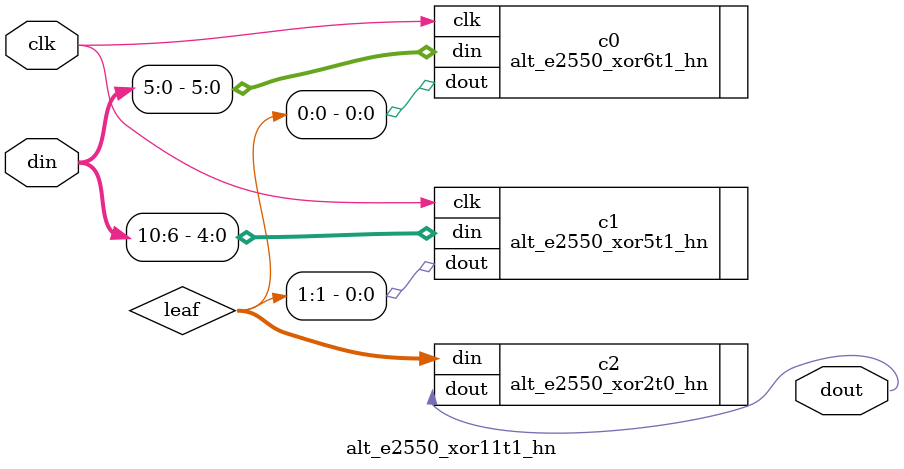
<source format=sv>




`timescale 1ps/1ps

// DESCRIPTION
// 11 input XOR gate.  Latency 1.
// Generated by one of Gregg's toys.   Share And Enjoy.

module alt_e2550_xor11t1_hn #(
//    parameter SIM_EMULATE = 1'b0
) (
    input clk,
    input [10:0] din,
    output dout
);

wire [1:0] leaf;

alt_e2550_xor6t1_hn c0 (
    .clk(clk),
    .din(din[5:0]),
    .dout(leaf[0])
);
//defparam c0 .SIM_EMULATE = SIM_EMULATE;

alt_e2550_xor5t1_hn c1 (
    .clk(clk),
    .din(din[10:6]),
    .dout(leaf[1])
);
//defparam c1 .SIM_EMULATE = SIM_EMULATE;

alt_e2550_xor2t0_hn c2 (
    .din(leaf),
    .dout(dout)
);
//defparam c2 .SIM_EMULATE = SIM_EMULATE;

endmodule


</source>
